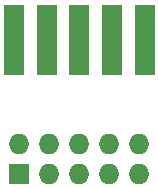
<source format=gts>
G04 #@! TF.GenerationSoftware,KiCad,Pcbnew,(5.1.8)-1*
G04 #@! TF.CreationDate,2021-03-27T21:37:08+01:00*
G04 #@! TF.ProjectId,MSX,4d53582e-6b69-4636-9164-5f7063625858,rev?*
G04 #@! TF.SameCoordinates,Original*
G04 #@! TF.FileFunction,Soldermask,Top*
G04 #@! TF.FilePolarity,Negative*
%FSLAX46Y46*%
G04 Gerber Fmt 4.6, Leading zero omitted, Abs format (unit mm)*
G04 Created by KiCad (PCBNEW (5.1.8)-1) date 2021-03-27 21:37:08*
%MOMM*%
%LPD*%
G01*
G04 APERTURE LIST*
%ADD10R,1.700000X6.000000*%
%ADD11O,1.727200X1.727200*%
%ADD12R,1.727200X1.727200*%
G04 APERTURE END LIST*
D10*
X136684500Y-78168500D03*
X139454500Y-78168500D03*
X142224500Y-78168500D03*
X144994500Y-78168500D03*
X147764500Y-78168500D03*
D11*
X147320000Y-86995000D03*
X144780000Y-86995000D03*
X142240000Y-86995000D03*
X139700000Y-86995000D03*
X137160000Y-86995000D03*
X147320000Y-89535000D03*
X144780000Y-89535000D03*
X142240000Y-89535000D03*
X139700000Y-89535000D03*
D12*
X137160000Y-89535000D03*
M02*

</source>
